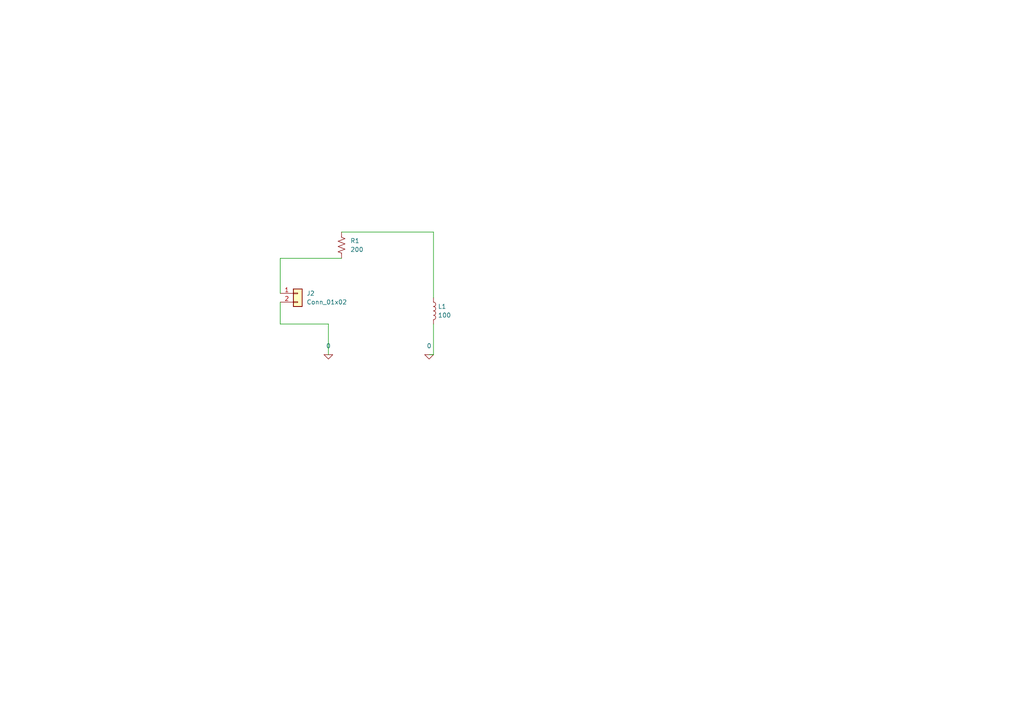
<source format=kicad_sch>
(kicad_sch (version 20230121) (generator eeschema)

  (uuid 1cfbf174-8ac0-4cd9-a366-8fa88f13186c)

  (paper "A4")

  (lib_symbols
    (symbol "Connector_Generic:Conn_01x02" (pin_names (offset 1.016) hide) (in_bom yes) (on_board yes)
      (property "Reference" "J" (at 0 2.54 0)
        (effects (font (size 1.27 1.27)))
      )
      (property "Value" "Conn_01x02" (at 0 -5.08 0)
        (effects (font (size 1.27 1.27)))
      )
      (property "Footprint" "" (at 0 0 0)
        (effects (font (size 1.27 1.27)) hide)
      )
      (property "Datasheet" "~" (at 0 0 0)
        (effects (font (size 1.27 1.27)) hide)
      )
      (property "ki_keywords" "connector" (at 0 0 0)
        (effects (font (size 1.27 1.27)) hide)
      )
      (property "ki_description" "Generic connector, single row, 01x02, script generated (kicad-library-utils/schlib/autogen/connector/)" (at 0 0 0)
        (effects (font (size 1.27 1.27)) hide)
      )
      (property "ki_fp_filters" "Connector*:*_1x??_*" (at 0 0 0)
        (effects (font (size 1.27 1.27)) hide)
      )
      (symbol "Conn_01x02_1_1"
        (rectangle (start -1.27 -2.413) (end 0 -2.667)
          (stroke (width 0.1524) (type default))
          (fill (type none))
        )
        (rectangle (start -1.27 0.127) (end 0 -0.127)
          (stroke (width 0.1524) (type default))
          (fill (type none))
        )
        (rectangle (start -1.27 1.27) (end 1.27 -3.81)
          (stroke (width 0.254) (type default))
          (fill (type background))
        )
        (pin passive line (at -5.08 0 0) (length 3.81)
          (name "Pin_1" (effects (font (size 1.27 1.27))))
          (number "1" (effects (font (size 1.27 1.27))))
        )
        (pin passive line (at -5.08 -2.54 0) (length 3.81)
          (name "Pin_2" (effects (font (size 1.27 1.27))))
          (number "2" (effects (font (size 1.27 1.27))))
        )
      )
    )
    (symbol "Device:L" (pin_numbers hide) (pin_names (offset 1.016) hide) (in_bom yes) (on_board yes)
      (property "Reference" "L" (at -1.27 0 90)
        (effects (font (size 1.27 1.27)))
      )
      (property "Value" "L" (at 1.905 0 90)
        (effects (font (size 1.27 1.27)))
      )
      (property "Footprint" "" (at 0 0 0)
        (effects (font (size 1.27 1.27)) hide)
      )
      (property "Datasheet" "~" (at 0 0 0)
        (effects (font (size 1.27 1.27)) hide)
      )
      (property "ki_keywords" "inductor choke coil reactor magnetic" (at 0 0 0)
        (effects (font (size 1.27 1.27)) hide)
      )
      (property "ki_description" "Inductor" (at 0 0 0)
        (effects (font (size 1.27 1.27)) hide)
      )
      (property "ki_fp_filters" "Choke_* *Coil* Inductor_* L_*" (at 0 0 0)
        (effects (font (size 1.27 1.27)) hide)
      )
      (symbol "L_0_1"
        (arc (start 0 -2.54) (mid 0.6323 -1.905) (end 0 -1.27)
          (stroke (width 0) (type default))
          (fill (type none))
        )
        (arc (start 0 -1.27) (mid 0.6323 -0.635) (end 0 0)
          (stroke (width 0) (type default))
          (fill (type none))
        )
        (arc (start 0 0) (mid 0.6323 0.635) (end 0 1.27)
          (stroke (width 0) (type default))
          (fill (type none))
        )
        (arc (start 0 1.27) (mid 0.6323 1.905) (end 0 2.54)
          (stroke (width 0) (type default))
          (fill (type none))
        )
      )
      (symbol "L_1_1"
        (pin passive line (at 0 3.81 270) (length 1.27)
          (name "1" (effects (font (size 1.27 1.27))))
          (number "1" (effects (font (size 1.27 1.27))))
        )
        (pin passive line (at 0 -3.81 90) (length 1.27)
          (name "2" (effects (font (size 1.27 1.27))))
          (number "2" (effects (font (size 1.27 1.27))))
        )
      )
    )
    (symbol "Device:R_US" (pin_numbers hide) (pin_names (offset 0)) (in_bom yes) (on_board yes)
      (property "Reference" "R" (at 2.54 0 90)
        (effects (font (size 1.27 1.27)))
      )
      (property "Value" "R_US" (at -2.54 0 90)
        (effects (font (size 1.27 1.27)))
      )
      (property "Footprint" "" (at 1.016 -0.254 90)
        (effects (font (size 1.27 1.27)) hide)
      )
      (property "Datasheet" "~" (at 0 0 0)
        (effects (font (size 1.27 1.27)) hide)
      )
      (property "ki_keywords" "R res resistor" (at 0 0 0)
        (effects (font (size 1.27 1.27)) hide)
      )
      (property "ki_description" "Resistor, US symbol" (at 0 0 0)
        (effects (font (size 1.27 1.27)) hide)
      )
      (property "ki_fp_filters" "R_*" (at 0 0 0)
        (effects (font (size 1.27 1.27)) hide)
      )
      (symbol "R_US_0_1"
        (polyline
          (pts
            (xy 0 -2.286)
            (xy 0 -2.54)
          )
          (stroke (width 0) (type default))
          (fill (type none))
        )
        (polyline
          (pts
            (xy 0 2.286)
            (xy 0 2.54)
          )
          (stroke (width 0) (type default))
          (fill (type none))
        )
        (polyline
          (pts
            (xy 0 -0.762)
            (xy 1.016 -1.143)
            (xy 0 -1.524)
            (xy -1.016 -1.905)
            (xy 0 -2.286)
          )
          (stroke (width 0) (type default))
          (fill (type none))
        )
        (polyline
          (pts
            (xy 0 0.762)
            (xy 1.016 0.381)
            (xy 0 0)
            (xy -1.016 -0.381)
            (xy 0 -0.762)
          )
          (stroke (width 0) (type default))
          (fill (type none))
        )
        (polyline
          (pts
            (xy 0 2.286)
            (xy 1.016 1.905)
            (xy 0 1.524)
            (xy -1.016 1.143)
            (xy 0 0.762)
          )
          (stroke (width 0) (type default))
          (fill (type none))
        )
      )
      (symbol "R_US_1_1"
        (pin passive line (at 0 3.81 270) (length 1.27)
          (name "~" (effects (font (size 1.27 1.27))))
          (number "1" (effects (font (size 1.27 1.27))))
        )
        (pin passive line (at 0 -3.81 90) (length 1.27)
          (name "~" (effects (font (size 1.27 1.27))))
          (number "2" (effects (font (size 1.27 1.27))))
        )
      )
    )
    (symbol "Simulation_SPICE:0" (power) (pin_names (offset 0)) (in_bom yes) (on_board yes)
      (property "Reference" "#GND" (at 0 -2.54 0)
        (effects (font (size 1.27 1.27)) hide)
      )
      (property "Value" "0" (at 0 -1.778 0)
        (effects (font (size 1.27 1.27)))
      )
      (property "Footprint" "" (at 0 0 0)
        (effects (font (size 1.27 1.27)) hide)
      )
      (property "Datasheet" "~" (at 0 0 0)
        (effects (font (size 1.27 1.27)) hide)
      )
      (property "ki_keywords" "simulation" (at 0 0 0)
        (effects (font (size 1.27 1.27)) hide)
      )
      (property "ki_description" "0V reference potential for simulation" (at 0 0 0)
        (effects (font (size 1.27 1.27)) hide)
      )
      (symbol "0_0_1"
        (polyline
          (pts
            (xy -1.27 0)
            (xy 0 -1.27)
            (xy 1.27 0)
            (xy -1.27 0)
          )
          (stroke (width 0) (type default))
          (fill (type none))
        )
      )
      (symbol "0_1_1"
        (pin power_in line (at 0 0 0) (length 0) hide
          (name "0" (effects (font (size 1.016 1.016))))
          (number "1" (effects (font (size 1.016 1.016))))
        )
      )
    )
  )


  (wire (pts (xy 95.25 93.98) (xy 95.25 102.87))
    (stroke (width 0) (type default))
    (uuid 0ddad771-2212-47ef-b10a-5e769650b864)
  )
  (wire (pts (xy 125.73 93.98) (xy 125.73 102.87))
    (stroke (width 0) (type default))
    (uuid 32b333b7-6ead-4d44-96be-6ef396b34f71)
  )
  (wire (pts (xy 81.28 87.63) (xy 81.28 93.98))
    (stroke (width 0) (type default))
    (uuid 364d8925-a5e6-4cf3-a7a2-5a8569cfe77c)
  )
  (wire (pts (xy 99.06 74.93) (xy 81.28 74.93))
    (stroke (width 0) (type default))
    (uuid 42bd2cf1-4566-4830-b00b-717610d21a65)
  )
  (wire (pts (xy 99.06 67.31) (xy 125.73 67.31))
    (stroke (width 0) (type default))
    (uuid 4f995a06-70dd-41f4-bd49-177da2576b79)
  )
  (wire (pts (xy 125.73 102.87) (xy 124.46 102.87))
    (stroke (width 0) (type default))
    (uuid 7e862741-bb32-4ccf-8dbe-8148220c7892)
  )
  (wire (pts (xy 81.28 93.98) (xy 95.25 93.98))
    (stroke (width 0) (type default))
    (uuid a79fd9e4-3901-4c57-bb0b-4e68ae806936)
  )
  (wire (pts (xy 81.28 74.93) (xy 81.28 85.09))
    (stroke (width 0) (type default))
    (uuid ae274bdb-c54d-406c-8879-98b0d9415844)
  )
  (wire (pts (xy 125.73 67.31) (xy 125.73 86.36))
    (stroke (width 0) (type default))
    (uuid f2c54fb7-7bfc-470e-9479-437ac2a9628b)
  )

  (symbol (lib_id "Device:L") (at 125.73 90.17 0) (unit 1)
    (in_bom yes) (on_board yes) (dnp no) (fields_autoplaced)
    (uuid 311c237d-7d54-4389-9b68-cc248dc74b07)
    (property "Reference" "L1" (at 127 88.9 0)
      (effects (font (size 1.27 1.27)) (justify left))
    )
    (property "Value" "100" (at 127 91.44 0)
      (effects (font (size 1.27 1.27)) (justify left))
    )
    (property "Footprint" "" (at 125.73 90.17 0)
      (effects (font (size 1.27 1.27)) hide)
    )
    (property "Datasheet" "~" (at 125.73 90.17 0)
      (effects (font (size 1.27 1.27)) hide)
    )
    (pin "1" (uuid 1d10811a-5c00-40b3-9675-6f27a9b5b5b0))
    (pin "2" (uuid b83e00e5-4847-4049-8aab-690cdf687a76))
    (instances
      (project "SimulateurRL"
        (path "/1cfbf174-8ac0-4cd9-a366-8fa88f13186c"
          (reference "L1") (unit 1)
        )
      )
    )
  )

  (symbol (lib_id "Simulation_SPICE:0") (at 124.46 102.87 0) (unit 1)
    (in_bom yes) (on_board yes) (dnp no) (fields_autoplaced)
    (uuid 489e376c-f27c-4b42-96da-c2341137dd8c)
    (property "Reference" "#GND02" (at 124.46 105.41 0)
      (effects (font (size 1.27 1.27)) hide)
    )
    (property "Value" "0" (at 124.46 100.33 0)
      (effects (font (size 1.27 1.27)))
    )
    (property "Footprint" "" (at 124.46 102.87 0)
      (effects (font (size 1.27 1.27)) hide)
    )
    (property "Datasheet" "~" (at 124.46 102.87 0)
      (effects (font (size 1.27 1.27)) hide)
    )
    (pin "1" (uuid b926a5e2-4371-490e-a483-3194bc43b761))
    (instances
      (project "SimulateurRL"
        (path "/1cfbf174-8ac0-4cd9-a366-8fa88f13186c"
          (reference "#GND02") (unit 1)
        )
      )
    )
  )

  (symbol (lib_id "Connector_Generic:Conn_01x02") (at 86.36 85.09 0) (unit 1)
    (in_bom yes) (on_board yes) (dnp no) (fields_autoplaced)
    (uuid 52784941-29ab-4631-9471-290cbe199cd7)
    (property "Reference" "J2" (at 88.9 85.09 0)
      (effects (font (size 1.27 1.27)) (justify left))
    )
    (property "Value" "Conn_01x02" (at 88.9 87.63 0)
      (effects (font (size 1.27 1.27)) (justify left))
    )
    (property "Footprint" "" (at 86.36 85.09 0)
      (effects (font (size 1.27 1.27)) hide)
    )
    (property "Datasheet" "~" (at 86.36 85.09 0)
      (effects (font (size 1.27 1.27)) hide)
    )
    (property "Sim.Device" "V" (at 86.36 85.09 0)
      (effects (font (size 1.27 1.27)) hide)
    )
    (property "Sim.Type" "PULSE" (at 86.36 85.09 0)
      (effects (font (size 1.27 1.27)) hide)
    )
    (property "Sim.Pins" "1=+ 2=-" (at 86.36 85.09 0)
      (effects (font (size 1.27 1.27)) hide)
    )
    (property "Sim.Params" "y1=0 y2=5 td=0 tr=0 tf=0 tw=5 per=10" (at 86.36 85.09 0)
      (effects (font (size 1.27 1.27)) hide)
    )
    (pin "2" (uuid 6b95e213-ea13-4b17-af21-3503013dd5c3))
    (pin "1" (uuid 8e8177dc-7ada-4619-be81-6494b103cb1d))
    (instances
      (project "SimulateurRL"
        (path "/1cfbf174-8ac0-4cd9-a366-8fa88f13186c"
          (reference "J2") (unit 1)
        )
      )
    )
  )

  (symbol (lib_id "Device:R_US") (at 99.06 71.12 0) (unit 1)
    (in_bom yes) (on_board yes) (dnp no) (fields_autoplaced)
    (uuid 838e5662-680a-4c85-8db7-d513e48590fb)
    (property "Reference" "R1" (at 101.6 69.85 0)
      (effects (font (size 1.27 1.27)) (justify left))
    )
    (property "Value" "200" (at 101.6 72.39 0)
      (effects (font (size 1.27 1.27)) (justify left))
    )
    (property "Footprint" "" (at 100.076 71.374 90)
      (effects (font (size 1.27 1.27)) hide)
    )
    (property "Datasheet" "~" (at 99.06 71.12 0)
      (effects (font (size 1.27 1.27)) hide)
    )
    (pin "1" (uuid d07a047d-30bf-47df-8a95-32dd6c73bd0b))
    (pin "2" (uuid 7e340e69-24ba-40c7-b312-f3a02e7119a0))
    (instances
      (project "SimulateurRL"
        (path "/1cfbf174-8ac0-4cd9-a366-8fa88f13186c"
          (reference "R1") (unit 1)
        )
      )
    )
  )

  (symbol (lib_id "Simulation_SPICE:0") (at 95.25 102.87 0) (unit 1)
    (in_bom yes) (on_board yes) (dnp no) (fields_autoplaced)
    (uuid f70afca4-5a24-4ec4-b179-8fe871c8c236)
    (property "Reference" "#GND01" (at 95.25 105.41 0)
      (effects (font (size 1.27 1.27)) hide)
    )
    (property "Value" "0" (at 95.25 100.33 0)
      (effects (font (size 1.27 1.27)))
    )
    (property "Footprint" "" (at 95.25 102.87 0)
      (effects (font (size 1.27 1.27)) hide)
    )
    (property "Datasheet" "~" (at 95.25 102.87 0)
      (effects (font (size 1.27 1.27)) hide)
    )
    (pin "1" (uuid 1f3db7be-52a4-478a-a547-14d2a90e2883))
    (instances
      (project "SimulateurRL"
        (path "/1cfbf174-8ac0-4cd9-a366-8fa88f13186c"
          (reference "#GND01") (unit 1)
        )
      )
    )
  )

  (sheet_instances
    (path "/" (page "1"))
  )
)

</source>
